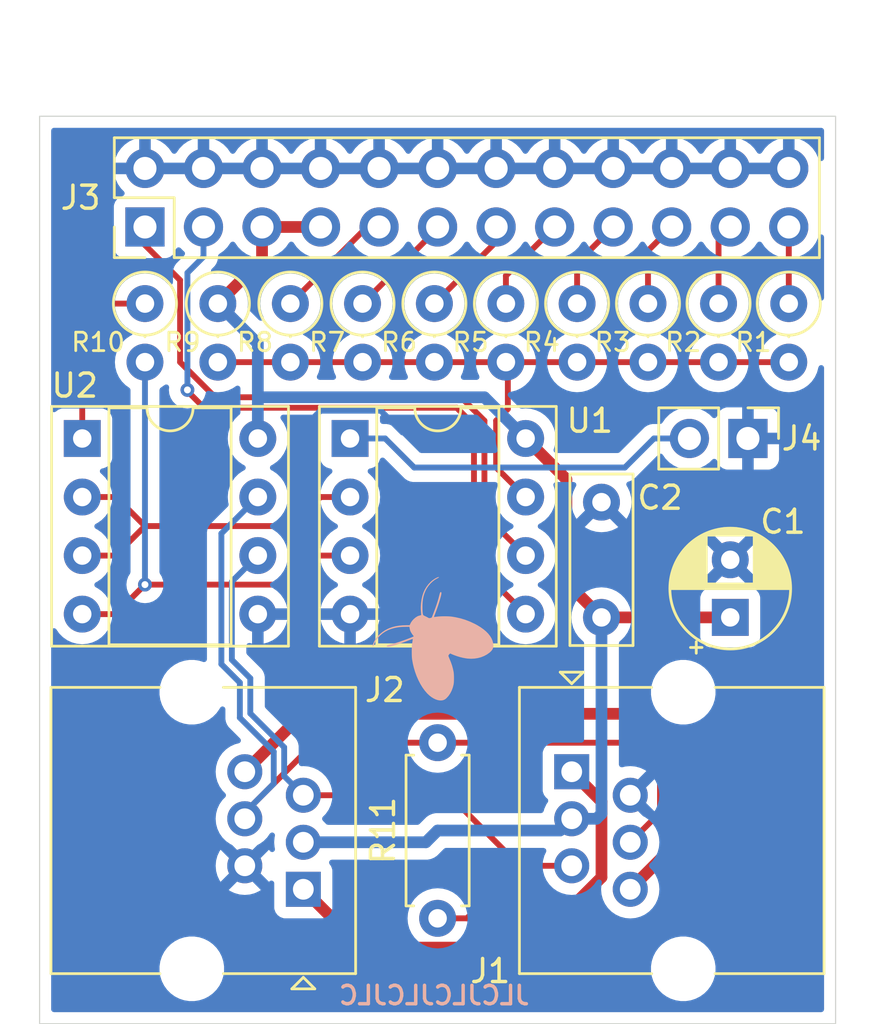
<source format=kicad_pcb>
(kicad_pcb (version 20240108) (generator "pcbnew") (generator_version "8.0")
  (layers (0 "F.Cu" signal) (31 "B.Cu" signal) (34 "B.Paste" user) (35 "F.Paste" user) (36 "B.SilkS" user "B.Silkscreen") (37 "F.SilkS" user "F.Silkscreen") (38 "B.Mask" user) (39 "F.Mask" user) (44 "Edge.Cuts" user))
  (net 0 "")
  (net 1 "+5V")
  (net 2 "GND")
  (net 3 "/BUS_SHORT_6")
  (net 4 "/RS485_B")
  (net 5 "/BUS_SHORT_1")
  (net 6 "/RS485_A")
  (net 7 "/IN/S6")
  (net 8 "/MCU/PWM_A")
  (net 9 "/IN/S4")
  (net 10 "/IN/S3")
  (net 11 "/IN/S7")
  (net 12 "/IN/S2")
  (net 13 "/IN/S5")
  (net 14 "/MCU/PWM_B")
  (net 15 "/IN/S1")
  (net 16 "/IN/S8")
  (net 17 "/MCU/~{RST}")
  (net 18 "/IN/ADC")
  (net 19 "/MCU/DE{slash}~{RE}")
  (net 20 "/MCU/RX{slash}TX")
  (net 21 "Net-(U2-RO)")
  (footprint "Resistor_THT:R_Axial_DIN0207_L6.3mm_D2.5mm_P2.54mm_Vertical" (layer "F.Cu") (at 168.106 55.372 -90)
    (property "Reference" "R4" (at 1.6764 1.5328 360) (layer "F.SilkS") (effects (font (size 0.8 0.8) (thickness 0.12))))
    (property "Value" "R")
    (pad "1" thru_hole circle (at 0 0 270) (size 1.6 1.6) (drill 0.8) (layers "*.Cu" "*.Mask") (net 9 "/IN/S4"))
    (pad "2" thru_hole oval (at 2.54 0 270) (size 1.6 1.6) (drill 0.8) (layers "*.Cu" "*.Mask") (net 18 "/IN/ADC"))
  )
  (footprint "Resistor_THT:R_Axial_DIN0207_L6.3mm_D2.5mm_P2.54mm_Vertical" (layer "F.Cu") (at 171.182 55.372 -90)
    (property "Reference" "R3" (at 1.6764 1.5328 360) (layer "F.SilkS") (effects (font (size 0.8 0.8) (thickness 0.12))))
    (property "Value" "R")
    (pad "1" thru_hole circle (at 0 0 270) (size 1.6 1.6) (drill 0.8) (layers "*.Cu" "*.Mask") (net 10 "/IN/S3"))
    (pad "2" thru_hole oval (at 2.54 0 270) (size 1.6 1.6) (drill 0.8) (layers "*.Cu" "*.Mask") (net 18 "/IN/ADC"))
  )
  (footprint "Resistor_THT:R_Axial_DIN0207_L6.3mm_D2.5mm_P2.54mm_Vertical" (layer "F.Cu") (at 152.516 55.372 -90)
    (property "Reference" "R9" (at 1.6764 1.5328 360) (layer "F.SilkS") (effects (font (size 0.8 0.8) (thickness 0.12))))
    (property "Value" "R")
    (pad "1" thru_hole circle (at 0 0 270) (size 1.6 1.6) (drill 0.8) (layers "*.Cu" "*.Mask") (net 1 "+5V"))
    (pad "2" thru_hole oval (at 2.54 0 270) (size 1.6 1.6) (drill 0.8) (layers "*.Cu" "*.Mask") (net 18 "/IN/ADC"))
  )
  (footprint "Connector_RJ:RJ25_Wayconn_MJEA-660X1_Horizontal" (layer "F.Cu") (at 156.224 80.782 -90)
    (property "Reference" "J2" (at -8.646 -3.536 180) (layer "F.SilkS"))
    (property "Value" "6P6C")
    (pad "" np_thru_hole circle (at -8.55 4.84 270) (size 2.3 2.3) (drill 2.3) (layers "*.Cu" "*.Mask"))
    (pad "" np_thru_hole circle (at 3.45 4.84 270) (size 2.3 2.3) (drill 2.3) (layers "*.Cu" "*.Mask"))
    (pad "1" thru_hole rect (at 0 0 270) (size 1.52 1.52) (drill 0.9) (layers "*.Cu" "*.Mask") (net 5 "/BUS_SHORT_1"))
    (pad "2" thru_hole circle (at -1.02 2.54 270) (size 1.52 1.52) (drill 0.9) (layers "*.Cu" "*.Mask") (net 2 "GND"))
    (pad "3" thru_hole circle (at -2.04 0 270) (size 1.52 1.52) (drill 0.9) (layers "*.Cu" "*.Mask") (net 1 "+5V"))
    (pad "4" thru_hole circle (at -3.06 2.54 270) (size 1.52 1.52) (drill 0.9) (layers "*.Cu" "*.Mask") (net 4 "/RS485_B"))
    (pad "5" thru_hole circle (at -4.08 0 270) (size 1.52 1.52) (drill 0.9) (layers "*.Cu" "*.Mask") (net 6 "/RS485_A"))
    (pad "6" thru_hole circle (at -5.1 2.54 270) (size 1.52 1.52) (drill 0.9) (layers "*.Cu" "*.Mask") (net 3 "/BUS_SHORT_6"))
  )
  (footprint "Resistor_THT:R_Axial_DIN0207_L6.3mm_D2.5mm_P2.54mm_Vertical" (layer "F.Cu") (at 158.794 55.372 -90)
    (property "Reference" "R7" (at 1.6764 1.5328 360) (layer "F.SilkS") (effects (font (size 0.8 0.8) (thickness 0.12))))
    (property "Value" "R")
    (pad "1" thru_hole circle (at 0 0 270) (size 1.6 1.6) (drill 0.8) (layers "*.Cu" "*.Mask") (net 11 "/IN/S7"))
    (pad "2" thru_hole oval (at 2.54 0 270) (size 1.6 1.6) (drill 0.8) (layers "*.Cu" "*.Mask") (net 18 "/IN/ADC"))
  )
  (footprint "Resistor_THT:R_Axial_DIN0207_L6.3mm_D2.5mm_P2.54mm_Vertical" (layer "F.Cu") (at 174.244 55.372 -90)
    (property "Reference" "R2" (at 1.6764 1.5328 360) (layer "F.SilkS") (effects (font (size 0.8 0.8) (thickness 0.12))))
    (property "Value" "R")
    (pad "1" thru_hole circle (at 0 0 270) (size 1.6 1.6) (drill 0.8) (layers "*.Cu" "*.Mask") (net 12 "/IN/S2"))
    (pad "2" thru_hole oval (at 2.54 0 270) (size 1.6 1.6) (drill 0.8) (layers "*.Cu" "*.Mask") (net 18 "/IN/ADC"))
  )
  (footprint "Capacitor_THT:C_Rect_L7.2mm_W2.5mm_P5.00mm_FKS2_FKP2_MKS2_MKP2" (layer "F.Cu") (at 169.164 68.9864 90)
    (property "Reference" "C2" (at 5.1924 2.54 0) (layer "F.SilkS"))
    (property "Value" "100nF")
    (pad "1" thru_hole circle (at 0 0 90) (size 1.6 1.6) (drill 0.8) (layers "*.Cu" "*.Mask") (net 1 "+5V"))
    (pad "2" thru_hole circle (at 5 0 90) (size 1.6 1.6) (drill 0.8) (layers "*.Cu" "*.Mask") (net 2 "GND"))
  )
  (footprint "Package_DIP:DIP-8_W7.62mm_Socket" (layer "F.Cu") (at 158.252 61.224)
    (property "Reference" "U1" (at 10.404 -0.772 0) (layer "F.SilkS"))
    (property "Value" "ATtiny13A-P")
    (pad "1" thru_hole rect (at 0 0) (size 1.6 1.6) (drill 0.8) (layers "*.Cu" "*.Mask") (net 17 "/MCU/~{RST}"))
    (pad "2" thru_hole oval (at 0 2.54) (size 1.6 1.6) (drill 0.8) (layers "*.Cu" "*.Mask") (net 19 "/MCU/DE{slash}~{RE}"))
    (pad "3" thru_hole oval (at 0 5.08) (size 1.6 1.6) (drill 0.8) (layers "*.Cu" "*.Mask") (net 20 "/MCU/RX{slash}TX"))
    (pad "4" thru_hole oval (at 0 7.62) (size 1.6 1.6) (drill 0.8) (layers "*.Cu" "*.Mask") (net 2 "GND"))
    (pad "5" thru_hole oval (at 7.62 7.62) (size 1.6 1.6) (drill 0.8) (layers "*.Cu" "*.Mask") (net 8 "/MCU/PWM_A"))
    (pad "6" thru_hole oval (at 7.62 5.08) (size 1.6 1.6) (drill 0.8) (layers "*.Cu" "*.Mask") (net 14 "/MCU/PWM_B"))
    (pad "7" thru_hole oval (at 7.62 2.54) (size 1.6 1.6) (drill 0.8) (layers "*.Cu" "*.Mask") (net 18 "/IN/ADC"))
    (pad "8" thru_hole oval (at 7.62 0) (size 1.6 1.6) (drill 0.8) (layers "*.Cu" "*.Mask") (net 1 "+5V"))
  )
  (footprint "Resistor_THT:R_Axial_DIN0207_L6.3mm_D2.5mm_P2.54mm_Vertical" (layer "F.Cu") (at 155.662 55.372 -90)
    (property "Reference" "R8" (at 1.6764 1.5328 360) (layer "F.SilkS") (effects (font (size 0.8 0.8) (thickness 0.12))))
    (property "Value" "R")
    (pad "1" thru_hole circle (at 0 0 270) (size 1.6 1.6) (drill 0.8) (layers "*.Cu" "*.Mask") (net 16 "/IN/S8"))
    (pad "2" thru_hole oval (at 2.54 0 270) (size 1.6 1.6) (drill 0.8) (layers "*.Cu" "*.Mask") (net 18 "/IN/ADC"))
  )
  (footprint "Resistor_THT:R_Axial_DIN0207_L6.3mm_D2.5mm_P2.54mm_Vertical" (layer "F.Cu") (at 165.016 55.372 -90)
    (property "Reference" "R5" (at 1.6764 1.5328 360) (layer "F.SilkS") (effects (font (size 0.8 0.8) (thickness 0.12))))
    (property "Value" "R")
    (pad "1" thru_hole circle (at 0 0 270) (size 1.6 1.6) (drill 0.8) (layers "*.Cu" "*.Mask") (net 13 "/IN/S5"))
    (pad "2" thru_hole oval (at 2.54 0 270) (size 1.6 1.6) (drill 0.8) (layers "*.Cu" "*.Mask") (net 18 "/IN/ADC"))
  )
  (footprint "Resistor_THT:R_Axial_DIN0207_L6.3mm_D2.5mm_P2.54mm_Vertical" (layer "F.Cu") (at 149.352 55.372 -90)
    (property "Reference" "R10" (at 1.6764 2.032 180) (layer "F.SilkS") (effects (font (size 0.8 0.8) (thickness 0.12))))
    (property "Value" "1k")
    (pad "1" thru_hole circle (at 0 0 270) (size 1.6 1.6) (drill 0.8) (layers "*.Cu" "*.Mask") (net 21 "Net-(U2-RO)"))
    (pad "2" thru_hole oval (at 2.54 0 270) (size 1.6 1.6) (drill 0.8) (layers "*.Cu" "*.Mask") (net 20 "/MCU/RX{slash}TX"))
  )
  (footprint "Capacitor_THT:CP_Radial_D5.0mm_P2.50mm" (layer "F.Cu") (at 174.752 68.9864 90)
    (property "Reference" "C1" (at 4.151 2.286 180) (layer "F.SilkS"))
    (property "Value" "10uF")
    (pad "1" thru_hole rect (at 0 0 90) (size 1.6 1.6) (drill 0.8) (layers "*.Cu" "*.Mask") (net 1 "+5V"))
    (pad "2" thru_hole circle (at 2.5 0 90) (size 1.6 1.6) (drill 0.8) (layers "*.Cu" "*.Mask") (net 2 "GND"))
  )
  (footprint "Resistor_THT:R_Axial_DIN0207_L6.3mm_D2.5mm_P2.54mm_Vertical" (layer "F.Cu") (at 177.292 55.372 -90)
    (property "Reference" "R1" (at 1.6764 1.5328 360) (layer "F.SilkS") (effects (font (size 0.8 0.8) (thickness 0.12))))
    (property "Value" "R")
    (pad "1" thru_hole circle (at 0 0 270) (size 1.6 1.6) (drill 0.8) (layers "*.Cu" "*.Mask") (net 15 "/IN/S1"))
    (pad "2" thru_hole oval (at 2.54 0 270) (size 1.6 1.6) (drill 0.8) (layers "*.Cu" "*.Mask") (net 18 "/IN/ADC"))
  )
  (footprint "Resistor_THT:R_Axial_DIN0207_L6.3mm_D2.5mm_P2.54mm_Vertical" (layer "F.Cu") (at 161.912 55.372 -90)
    (property "Reference" "R6" (at 1.6764 1.5328 360) (layer "F.SilkS") (effects (font (size 0.8 0.8) (thickness 0.12))))
    (property "Value" "R")
    (pad "1" thru_hole circle (at 0 0 270) (size 1.6 1.6) (drill 0.8) (layers "*.Cu" "*.Mask") (net 7 "/IN/S6"))
    (pad "2" thru_hole oval (at 2.54 0 270) (size 1.6 1.6) (drill 0.8) (layers "*.Cu" "*.Mask") (net 18 "/IN/ADC"))
  )
  (footprint "Package_DIP:DIP-8_W7.62mm_Socket" (layer "F.Cu") (at 146.63 61.224)
    (property "Reference" "U2" (at -0.326 -2.296 0) (layer "F.SilkS"))
    (property "Value" "MAX487E")
    (pad "1" thru_hole rect (at 0 0) (size 1.6 1.6) (drill 0.8) (layers "*.Cu" "*.Mask") (net 21 "Net-(U2-RO)"))
    (pad "2" thru_hole oval (at 0 2.54) (size 1.6 1.6) (drill 0.8) (layers "*.Cu" "*.Mask") (net 19 "/MCU/DE{slash}~{RE}"))
    (pad "3" thru_hole oval (at 0 5.08) (size 1.6 1.6) (drill 0.8) (layers "*.Cu" "*.Mask") (net 19 "/MCU/DE{slash}~{RE}"))
    (pad "4" thru_hole oval (at 0 7.62) (size 1.6 1.6) (drill 0.8) (layers "*.Cu" "*.Mask") (net 20 "/MCU/RX{slash}TX"))
    (pad "5" thru_hole oval (at 7.62 7.62) (size 1.6 1.6) (drill 0.8) (layers "*.Cu" "*.Mask") (net 2 "GND"))
    (pad "6" thru_hole oval (at 7.62 5.08) (size 1.6 1.6) (drill 0.8) (layers "*.Cu" "*.Mask") (net 6 "/RS485_A"))
    (pad "7" thru_hole oval (at 7.62 2.54) (size 1.6 1.6) (drill 0.8) (layers "*.Cu" "*.Mask") (net 4 "/RS485_B"))
    (pad "8" thru_hole oval (at 7.62 0) (size 1.6 1.6) (drill 0.8) (layers "*.Cu" "*.Mask") (net 1 "+5V"))
  )
  (footprint "Connector_RJ:RJ25_Wayconn_MJEA-660X1_Horizontal" (layer "F.Cu") (at 167.872 75.682 90)
    (property "Reference" "J1" (at -8.646 -3.534 0) (layer "F.SilkS"))
    (property "Value" "6P6C")
    (pad "" np_thru_hole circle (at -8.55 4.84 90) (size 2.3 2.3) (drill 2.3) (layers "*.Cu" "*.Mask"))
    (pad "" np_thru_hole circle (at 3.45 4.84 90) (size 2.3 2.3) (drill 2.3) (layers "*.Cu" "*.Mask"))
    (pad "1" thru_hole rect (at 0 0 90) (size 1.52 1.52) (drill 0.9) (layers "*.Cu" "*.Mask") (net 5 "/BUS_SHORT_1"))
    (pad "2" thru_hole circle (at -1.02 2.54 90) (size 1.52 1.52) (drill 0.9) (layers "*.Cu" "*.Mask") (net 2 "GND"))
    (pad "3" thru_hole circle (at -2.04 0 90) (size 1.52 1.52) (drill 0.9) (layers "*.Cu" "*.Mask") (net 1 "+5V"))
    (pad "4" thru_hole circle (at -3.06 2.54 90) (size 1.52 1.52) (drill 0.9) (layers "*.Cu" "*.Mask") (net 4 "/RS485_B"))
    (pad "5" thru_hole circle (at -4.08 0 90) (size 1.52 1.52) (drill 0.9) (layers "*.Cu" "*.Mask") (net 6 "/RS485_A"))
    (pad "6" thru_hole circle (at -5.1 2.54 90) (size 1.52 1.52) (drill 0.9) (layers "*.Cu" "*.Mask") (net 3 "/BUS_SHORT_6"))
  )
  (footprint "Resistor_THT:R_Axial_DIN0207_L6.3mm_D2.5mm_P7.62mm_Horizontal" (layer "F.Cu") (at 162.052 82.042 90)
    (property "Reference" "R11" (at 3.81 -2.37 90) (layer "F.SilkS"))
    (property "Value" "120")
    (pad "1" thru_hole circle (at 0 0 90) (size 1.6 1.6) (drill 0.8) (layers "*.Cu" "*.Mask") (net 6 "/RS485_A"))
    (pad "2" thru_hole oval (at 7.62 0 90) (size 1.6 1.6) (drill 0.8) (layers "*.Cu" "*.Mask") (net 4 "/RS485_B"))
  )
  (footprint "Connector_PinHeader_2.54mm:PinHeader_2x12_P2.54mm_Vertical" (layer "F.Cu") (at 149.352 52.0482 90)
    (property "Reference" "J3" (at 1.27 -2.794 0) (layer "F.SilkS"))
    (property "Value" "Conn_02x12_Odd_Even")
    (pad "1" thru_hole rect (at 0 0 90) (size 1.7 1.7) (drill 1) (layers "*.Cu" "*.Mask") (net 14 "/MCU/PWM_B"))
    (pad "2" thru_hole oval (at 2.54 0 90) (size 1.7 1.7) (drill 1) (layers "*.Cu" "*.Mask") (net 2 "GND"))
    (pad "3" thru_hole oval (at 0 2.54 90) (size 1.7 1.7) (drill 1) (layers "*.Cu" "*.Mask") (net 8 "/MCU/PWM_A"))
    (pad "4" thru_hole oval (at 2.54 2.54 90) (size 1.7 1.7) (drill 1) (layers "*.Cu" "*.Mask") (net 2 "GND"))
    (pad "5" thru_hole oval (at 0 5.08 90) (size 1.7 1.7) (drill 1) (layers "*.Cu" "*.Mask") (net 1 "+5V"))
    (pad "6" thru_hole oval (at 2.54 5.08 90) (size 1.7 1.7) (drill 1) (layers "*.Cu" "*.Mask") (net 2 "GND"))
    (pad "7" thru_hole oval (at 0 7.62 90) (size 1.7 1.7) (drill 1) (layers "*.Cu" "*.Mask") (net 1 "+5V"))
    (pad "8" thru_hole oval (at 2.54 7.62 90) (size 1.7 1.7) (drill 1) (layers "*.Cu" "*.Mask") (net 2 "GND"))
    (pad "9" thru_hole oval (at 0 10.16 90) (size 1.7 1.7) (drill 1) (layers "*.Cu" "*.Mask") (net 16 "/IN/S8"))
    (pad "10" thru_hole oval (at 2.54 10.16 90) (size 1.7 1.7) (drill 1) (layers "*.Cu" "*.Mask") (net 2 "GND"))
    (pad "11" thru_hole oval (at 0 12.7 90) (size 1.7 1.7) (drill 1) (layers "*.Cu" "*.Mask") (net 11 "/IN/S7"))
    (pad "12" thru_hole oval (at 2.54 12.7 90) (size 1.7 1.7) (drill 1) (layers "*.Cu" "*.Mask") (net 2 "GND"))
    (pad "13" thru_hole oval (at 0 15.24 90) (size 1.7 1.7) (drill 1) (layers "*.Cu" "*.Mask") (net 7 "/IN/S6"))
    (pad "14" thru_hole oval (at 2.54 15.24 90) (size 1.7 1.7) (drill 1) (layers "*.Cu" "*.Mask") (net 2 "GND"))
    (pad "15" thru_hole oval (at 0 17.78 90) (size 1.7 1.7) (drill 1) (layers "*.Cu" "*.Mask") (net 13 "/IN/S5"))
    (pad "16" thru_hole oval (at 2.54 17.78 90) (size 1.7 1.7) (drill 1) (layers "*.Cu" "*.Mask") (net 2 "GND"))
    (pad "17" thru_hole oval (at 0 20.32 90) (size 1.7 1.7) (drill 1) (layers "*.Cu" "*.Mask") (net 9 "/IN/S4"))
    (pad "18" thru_hole oval (at 2.54 20.32 90) (size 1.7 1.7) (drill 1) (layers "*.Cu" "*.Mask") (net 2 "GND"))
    (pad "19" thru_hole oval (at 0 22.86 90) (size 1.7 1.7) (drill 1) (layers "*.Cu" "*.Mask") (net 10 "/IN/S3"))
    (pad "20" thru_hole oval (at 2.54 22.86 90) (size 1.7 1.7) (drill 1) (layers "*.Cu" "*.Mask") (net 2 "GND"))
    (pad "21" thru_hole oval (at 0 25.4 90) (size 1.7 1.7) (drill 1) (layers "*.Cu" "*.Mask") (net 12 "/IN/S2"))
    (pad "22" thru_hole oval (at 2.54 25.4 90) (size 1.7 1.7) (drill 1) (layers "*.Cu" "*.Mask") (net 2 "GND"))
    (pad "23" thru_hole oval (at 0 27.94 90) (size 1.7 1.7) (drill 1) (layers "*.Cu" "*.Mask") (net 15 "/IN/S1"))
    (pad "24" thru_hole oval (at 2.54 27.94 90) (size 1.7 1.7) (drill 1) (layers "*.Cu" "*.Mask") (net 2 "GND"))
  )
  (footprint "Connector_PinHeader_2.54mm:PinHeader_1x02_P2.54mm_Vertical" (layer "F.Cu") (at 175.519 61.224 -90)
    (property "Reference" "J4" (at 0 -2.33 180) (layer "F.SilkS"))
    (property "Value" "Reset")
    (pad "1" thru_hole rect (at 0 0 270) (size 1.7 1.7) (drill 1) (layers "*.Cu" "*.Mask") (net 2 "GND"))
    (pad "2" thru_hole oval (at 0 2.54 270) (size 1.7 1.7) (drill 1) (layers "*.Cu" "*.Mask") (net 17 "/MCU/~{RST}"))
  )
  (footprint "LOGO" (layer "B.Cu") (at 162.052 70.104 180)
    (property "Reference" "G***" (hide yes))
    (property "Value" "LOGO" (hide yes))
  )
  (gr_rect (start 144.78 47.244) (end 179.324 86.614) (stroke (width 0.05)) (fill none) (layer "Edge.Cuts"))
  (gr_text "JLCJLCJLCJLC" (at 166.116 85.852 0) (layer "B.SilkS") (effects (font (size 0.8 0.8) (thickness 0.15) (bold yes)) (justify left bottom mirror)))
  (segment (start 167.64 62.992) (end 165.872 61.224) (width 0.508) (layer "F.Cu") (net 1))
  (segment (start 154.432 53.456) (end 152.516 55.372) (width 0.508) (layer "F.Cu") (net 1))
  (segment (start 167.64 67.4624) (end 167.64 62.992) (width 0.508) (layer "F.Cu") (net 1))
  (segment (start 169.164 68.9864) (end 174.752 68.9864) (width 0.508) (layer "F.Cu") (net 1))
  (segment (start 154.432 52.0482) (end 154.432 53.456) (width 0.508) (layer "F.Cu") (net 1))
  (segment (start 169.164 68.9864) (end 167.64 67.4624) (width 0.508) (layer "F.Cu") (net 1))
  (segment (start 156.972 52.0482) (end 154.432 52.0482) (width 0.508) (layer "F.Cu") (net 1))
  (segment (start 164.084 59.436) (end 154.25 59.436) (width 0.508) (layer "B.Cu") (net 1))
  (segment (start 167.362 78.232) (end 162.052 78.232) (width 0.508) (layer "B.Cu") (net 1))
  (segment (start 154.25 57.106) (end 154.25 59.436) (width 0.508) (layer "B.Cu") (net 1))
  (segment (start 169.164 68.9864) (end 169.164 77.504802) (width 0.508) (layer "B.Cu") (net 1))
  (segment (start 168.946802 77.722) (end 167.872 77.722) (width 0.508) (layer "B.Cu") (net 1))
  (segment (start 152.516 55.372) (end 154.25 57.106) (width 0.508) (layer "B.Cu") (net 1))
  (segment (start 165.872 61.224) (end 164.084 59.436) (width 0.508) (layer "B.Cu") (net 1))
  (segment (start 169.164 77.504802) (end 168.946802 77.722) (width 0.508) (layer "B.Cu") (net 1))
  (segment (start 162.052 78.232) (end 161.542 78.742) (width 0.508) (layer "B.Cu") (net 1))
  (segment (start 154.25 59.436) (end 154.25 61.224) (width 0.508) (layer "B.Cu") (net 1))
  (segment (start 167.872 77.722) (end 167.362 78.232) (width 0.508) (layer "B.Cu") (net 1))
  (segment (start 161.542 78.742) (end 156.224 78.742) (width 0.508) (layer "B.Cu") (net 1))
  (segment (start 156.972 60.017) (end 159.585 60.017) (width 0.254) (layer "B.Cu") (net 2))
  (segment (start 155.956 61.033) (end 156.972 60.017) (width 0.254) (layer "B.Cu") (net 2))
  (segment (start 159.585 60.017) (end 160.528 60.96) (width 0.254) (layer "B.Cu") (net 2))
  (segment (start 170.196 73.168) (end 172.285 75.257) (width 0.508) (layer "F.Cu") (net 3))
  (segment (start 153.684 75.682) (end 156.198 73.168) (width 0.508) (layer "F.Cu") (net 3))
  (segment (start 172.285 78.909) (end 170.412 80.782) (width 0.508) (layer "F.Cu") (net 3))
  (segment (start 156.198 73.168) (end 170.196 73.168) (width 0.508) (layer "F.Cu") (net 3))
  (segment (start 172.285 75.257) (end 172.285 78.909) (width 0.508) (layer "F.Cu") (net 3))
  (segment (start 153.684 77.722) (end 153.684 77.456) (width 0.254) (layer "F.Cu") (net 4))
  (segment (start 171.704 77.45) (end 170.412 78.742) (width 0.254) (layer "F.Cu") (net 4))
  (segment (start 171.704 75.946) (end 171.704 77.45) (width 0.254) (layer "F.Cu") (net 4))
  (segment (start 153.684 77.456) (end 156.718 74.422) (width 0.254) (layer "F.Cu") (net 4))
  (segment (start 162.052 74.422) (end 170.18 74.422) (width 0.254) (layer "F.Cu") (net 4))
  (segment (start 170.18 74.422) (end 171.704 75.946) (width 0.254) (layer "F.Cu") (net 4))
  (segment (start 156.718 74.422) (end 162.052 74.422) (width 0.254) (layer "F.Cu") (net 4))
  (segment (start 153.47 73.340052) (end 154.94 74.810052) (width 0.254) (layer "B.Cu") (net 4))
  (segment (start 154.94 76.2) (end 153.684 77.456) (width 0.254) (layer "B.Cu") (net 4))
  (segment (start 152.669 71.015053) (end 153.47 71.816053) (width 0.254) (layer "B.Cu") (net 4))
  (segment (start 153.47 71.816053) (end 153.47 73.340052) (width 0.254) (layer "B.Cu") (net 4))
  (segment (start 152.669 65.345) (end 152.669 71.015053) (width 0.254) (layer "B.Cu") (net 4))
  (segment (start 153.684 77.456) (end 153.684 77.722) (width 0.254) (layer "B.Cu") (net 4))
  (segment (start 154.94 74.810052) (end 154.94 76.2) (width 0.254) (layer "B.Cu") (net 4))
  (segment (start 154.25 63.764) (end 152.669 65.345) (width 0.254) (layer "B.Cu") (net 4))
  (segment (start 158.754 83.312) (end 156.224 80.782) (width 0.508) (layer "F.Cu") (net 5))
  (segment (start 166.116 83.312) (end 158.754 83.312) (width 0.508) (layer "F.Cu") (net 5))
  (segment (start 169.164 76.974) (end 169.164 80.264) (width 0.508) (layer "F.Cu") (net 5))
  (segment (start 169.164 80.264) (end 166.116 83.312) (width 0.508) (layer "F.Cu") (net 5))
  (segment (start 167.872 75.682) (end 169.164 76.974) (width 0.508) (layer "F.Cu") (net 5))
  (segment (start 162.554 76.702) (end 165.608 79.756) (width 0.254) (layer "F.Cu") (net 6))
  (segment (start 165.614 79.762) (end 167.872 79.762) (width 0.254) (layer "F.Cu") (net 6))
  (segment (start 165.608 79.756) (end 165.614 79.762) (width 0.254) (layer "F.Cu") (net 6))
  (segment (start 163.322 82.042) (end 165.608 79.756) (width 0.254) (layer "F.Cu") (net 6))
  (segment (start 162.052 82.042) (end 163.322 82.042) (width 0.254) (layer "F.Cu") (net 6))
  (segment (start 156.224 76.702) (end 162.554 76.702) (width 0.254) (layer "F.Cu") (net 6))
  (segment (start 153.123 70.827) (end 153.924 71.628) (width 0.254) (layer "B.Cu") (net 6))
  (segment (start 155.394 74.621999) (end 155.394 75.872) (width 0.254) (layer "B.Cu") (net 6))
  (segment (start 153.924 73.152) (end 155.128053 74.356052) (width 0.254) (layer "B.Cu") (net 6))
  (segment (start 154.25 66.304) (end 153.123 67.431) (width 0.254) (layer "B.Cu") (net 6))
  (segment (start 155.394 75.872) (end 156.224 76.702) (width 0.254) (layer "B.Cu") (net 6))
  (segment (start 153.924 71.628) (end 153.924 73.152) (width 0.254) (layer "B.Cu") (net 6))
  (segment (start 153.123 67.431) (end 153.123 70.827) (width 0.254) (layer "B.Cu") (net 6))
  (segment (start 155.128052 74.356052) (end 155.394 74.621999) (width 0.254) (layer "B.Cu") (net 6))
  (segment (start 155.128053 74.356052) (end 155.128052 74.356052) (width 0.254) (layer "B.Cu") (net 6))
  (segment (start 161.912 55.372) (end 164.592 52.692) (width 0.254) (layer "F.Cu") (net 7))
  (segment (start 164.592 52.692) (end 164.592 52.0482) (width 0.254) (layer "F.Cu") (net 7))
  (segment (start 165.872 68.844) (end 163.63 66.602) (width 0.254) (layer "F.Cu") (net 8))
  (segment (start 162.879948 59.89) (end 151.914091 59.89) (width 0.254) (layer "F.Cu") (net 8))
  (segment (start 163.63 60.640052) (end 162.879948 59.89) (width 0.254) (layer "F.Cu") (net 8))
  (segment (start 151.194644 59.170553) (end 151.194644 59.117356) (width 0.254) (layer "F.Cu") (net 8))
  (segment (start 151.914091 59.89) (end 151.194644 59.170553) (width 0.254) (layer "F.Cu") (net 8))
  (segment (start 163.63 66.602) (end 163.63 60.640052) (width 0.254) (layer "F.Cu") (net 8))
  (via (at 151.194644 59.117356) (size 0.6) (drill 0.3) (layers "F.Cu" "B.Cu") (net 8))
  (segment (start 151.892 53.34) (end 151.892 52.0482) (width 0.254) (layer "B.Cu") (net 8))
  (segment (start 151.194644 54.037356) (end 151.892 53.34) (width 0.254) (layer "B.Cu") (net 8))
  (segment (start 151.194644 59.117356) (end 151.194644 54.037356) (width 0.254) (layer "B.Cu") (net 8))
  (segment (start 168.106 55.372) (end 168.106 53.6142) (width 0.254) (layer "F.Cu") (net 9))
  (segment (start 168.106 53.6142) (end 169.672 52.0482) (width 0.254) (layer "F.Cu") (net 9))
  (segment (start 171.182 55.372) (end 171.182 53.0782) (width 0.254) (layer "F.Cu") (net 10))
  (segment (start 171.182 53.0782) (end 172.212 52.0482) (width 0.254) (layer "F.Cu") (net 10))
  (segment (start 158.794 55.372) (end 162.052 52.114) (width 0.254) (layer "F.Cu") (net 11))
  (segment (start 162.052 52.114) (end 162.052 52.0482) (width 0.254) (layer "F.Cu") (net 11))
  (segment (start 174.244 52.5562) (end 174.752 52.0482) (width 0.254) (layer "F.Cu") (net 12))
  (segment (start 174.244 55.372) (end 174.244 52.5562) (width 0.254) (layer "F.Cu") (net 12))
  (segment (start 165.016 54.1642) (end 167.132 52.0482) (width 0.254) (layer "F.Cu") (net 13))
  (segment (start 165.016 55.372) (end 165.016 54.1642) (width 0.254) (layer "F.Cu") (net 13))
  (segment (start 165.872 66.304) (end 164.084 64.516) (width 0.254) (layer "F.Cu") (net 14))
  (segment (start 150.876 57.912) (end 150.876 54.356) (width 0.254) (layer "F.Cu") (net 14))
  (segment (start 150.876 54.356) (end 149.352 52.832) (width 0.254) (layer "F.Cu") (net 14))
  (segment (start 164.084 60.452) (end 163.068 59.436) (width 0.254) (layer "F.Cu") (net 14))
  (segment (start 163.068 59.436) (end 152.4 59.436) (width 0.254) (layer "F.Cu") (net 14))
  (segment (start 149.352 52.832) (end 149.352 52.0482) (width 0.254) (layer "F.Cu") (net 14))
  (segment (start 152.4 59.436) (end 150.876 57.912) (width 0.254) (layer "F.Cu") (net 14))
  (segment (start 164.084 64.516) (end 164.084 60.452) (width 0.254) (layer "F.Cu") (net 14))
  (segment (start 177.292 55.372) (end 177.292 52.0482) (width 0.254) (layer "F.Cu") (net 15))
  (segment (start 155.662 55.372) (end 158.9858 52.0482) (width 0.254) (layer "F.Cu") (net 16))
  (segment (start 158.9858 52.0482) (end 159.512 52.0482) (width 0.254) (layer "F.Cu") (net 16))
  (segment (start 172.979 61.224) (end 171.44 61.224) (width 0.254) (layer "B.Cu") (net 17))
  (segment (start 159.776 61.224) (end 158.252 61.224) (width 0.254) (layer "B.Cu") (net 17))
  (segment (start 170.18 62.484) (end 161.036 62.484) (width 0.254) (layer "B.Cu") (net 17))
  (segment (start 171.44 61.224) (end 170.18 62.484) (width 0.254) (layer "B.Cu") (net 17))
  (segment (start 161.036 62.484) (end 159.776 61.224) (width 0.254) (layer "B.Cu") (net 17))
  (segment (start 165.1 57.996) (end 165.1 59.944) (width 0.254) (layer "F.Cu") (net 18))
  (segment (start 155.662 57.912) (end 152.516 57.912) (width 0.254) (layer "F.Cu") (net 18))
  (segment (start 174.244 57.912) (end 171.182 57.912) (width 0.254) (layer "F.Cu") (net 18))
  (segment (start 165.016 57.912) (end 161.912 57.912) (width 0.254) (layer "F.Cu") (net 18))
  (segment (start 165.016 57.912) (end 165.1 57.996) (width 0.254) (layer "F.Cu") (net 18))
  (segment (start 164.592 60.452) (end 164.592 62.484) (width 0.254) (layer "F.Cu") (net 18))
  (segment (start 161.912 57.912) (end 158.794 57.912) (width 0.254) (layer "F.Cu") (net 18))
  (segment (start 168.106 57.912) (end 165.016 57.912) (width 0.254) (layer "F.Cu") (net 18))
  (segment (start 164.592 62.484) (end 165.872 63.764) (width 0.254) (layer "F.Cu") (net 18))
  (segment (start 171.182 57.912) (end 168.106 57.912) (width 0.254) (layer "F.Cu") (net 18))
  (segment (start 177.292 57.912) (end 174.244 57.912) (width 0.254) (layer "F.Cu") (net 18))
  (segment (start 158.794 57.912) (end 155.662 57.912) (width 0.254) (layer "F.Cu") (net 18))
  (segment (start 165.1 59.944) (end 164.592 60.452) (width 0.254) (layer "F.Cu") (net 18))
  (segment (start 148.072 66.304) (end 149.352 65.024) (width 0.254) (layer "F.Cu") (net 19))
  (segment (start 155.712 65.024) (end 156.972 63.764) (width 0.254) (layer "F.Cu") (net 19))
  (segment (start 148.092 63.764) (end 149.352 65.024) (width 0.254) (layer "F.Cu") (net 19))
  (segment (start 156.972 63.764) (end 158.252 63.764) (width 0.254) (layer "F.Cu") (net 19))
  (segment (start 146.63 66.304) (end 148.072 66.304) (width 0.254) (layer "F.Cu") (net 19))
  (segment (start 149.352 65.024) (end 155.712 65.024) (width 0.254) (layer "F.Cu") (net 19))
  (segment (start 146.63 63.764) (end 148.092 63.764) (width 0.254) (layer "F.Cu") (net 19))
  (segment (start 146.63 68.844) (end 148.072 68.844) (width 0.254) (layer "F.Cu") (net 20))
  (segment (start 148.072 68.844) (end 149.352 67.564) (width 0.254) (layer "F.Cu") (net 20))
  (segment (start 155.448 67.564) (end 156.708 66.304) (width 0.254) (layer "F.Cu") (net 20))
  (segment (start 156.708 66.304) (end 158.252 66.304) (width 0.254) (layer "F.Cu") (net 20))
  (segment (start 149.352 67.564) (end 155.448 67.564) (width 0.254) (layer "F.Cu") (net 20))
  (via (at 149.352 67.564) (size 0.6) (drill 0.3) (layers "F.Cu" "B.Cu") (net 20))
  (segment (start 149.352 67.564) (end 149.352 57.912) (width 0.254) (layer "B.Cu") (net 20))
  (segment (start 146.63 56.062) (end 147.32 55.372) (width 0.254) (layer "F.Cu") (net 21))
  (segment (start 146.63 61.224) (end 146.63 56.062) (width 0.254) (layer "F.Cu") (net 21))
  (segment (start 147.32 55.372) (end 149.352 55.372) (width 0.254) (layer "F.Cu") (net 21))
  (zone (net 2) (net_name "GND") (layer "B.Cu") (connect_pads (clearance 0.5)) (min_thickness 0.25) (fill yes (thermal_gap 0.5) (thermal_bridge_width 0.5))
    (polygon (pts (xy 144.78 47.244) (xy 179.324 47.244) (xy 179.324 86.614) (xy 144.78 86.614)))
  )
)
</source>
